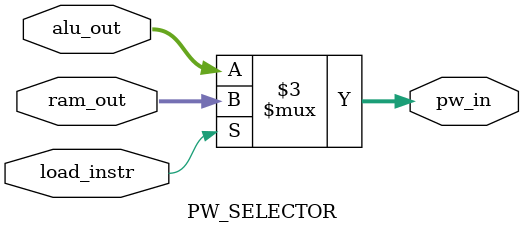
<source format=v>
module PW_SELECTOR(
    output reg[31:0] pw_in,
    input wire[31:0] alu_out, ram_out,
    input wire load_instr
    );
    
    always @(*) begin
        if (load_instr) begin
            pw_in = ram_out;
        end
        else pw_in = alu_out;
    end
endmodule
</source>
